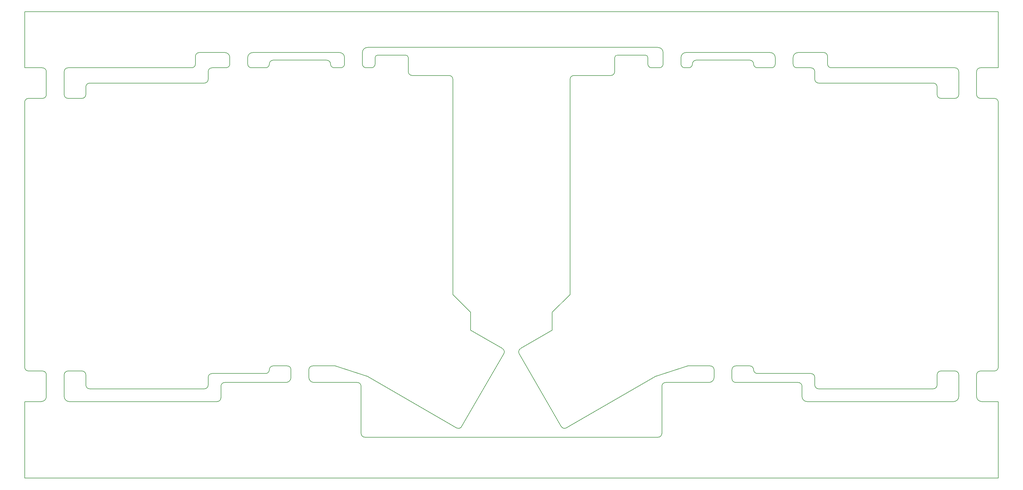
<source format=gm1>
G04 #@! TF.GenerationSoftware,KiCad,Pcbnew,(5.0.0)*
G04 #@! TF.CreationDate,2018-11-12T18:24:51-08:00*
G04 #@! TF.ProjectId,Orbit,4F726269742E6B696361645F70636200,rev?*
G04 #@! TF.SameCoordinates,Original*
G04 #@! TF.FileFunction,Profile,NP*
%FSLAX46Y46*%
G04 Gerber Fmt 4.6, Leading zero omitted, Abs format (unit mm)*
G04 Created by KiCad (PCBNEW (5.0.0)) date 11/12/18 18:24:51*
%MOMM*%
%LPD*%
G01*
G04 APERTURE LIST*
%ADD10C,0.150000*%
%ADD11C,0.200000*%
G04 APERTURE END LIST*
D10*
X197258723Y-142695823D02*
G75*
G03X198793100Y-143167100I1026377J608223D01*
G01*
X184633049Y-118402928D02*
G75*
G03X184188100Y-120091200I571051J-1053272D01*
G01*
X166278777Y-142695823D02*
G75*
G02X164744400Y-143167100I-1026377J608223D01*
G01*
X178904451Y-118402928D02*
G75*
G02X179349400Y-120091200I-571051J-1053272D01*
G01*
X194468750Y-112712500D02*
X194468750Y-107156250D01*
X194468750Y-112712500D02*
X184619900Y-118414800D01*
X200025000Y-101600000D02*
X194468750Y-107156250D01*
X169068750Y-112712500D02*
X169068750Y-107156250D01*
X200025000Y-34528125D02*
X200025000Y-75406250D01*
X200025000Y-101600000D02*
X200025000Y-75406250D01*
X184188100Y-120091200D02*
X197256400Y-142684500D01*
X198793100Y-143167100D02*
X226631500Y-127127000D01*
X243681250Y-123825000D02*
X238125000Y-123825000D01*
X238125000Y-123825000D02*
X236791500Y-123825000D01*
X236791500Y-123825000D02*
X226631500Y-127127000D01*
X126746000Y-123825000D02*
X136906000Y-127127000D01*
X125412500Y-123825000D02*
X126746000Y-123825000D01*
X184943750Y-24606250D02*
X136921875Y-24606250D01*
X251618750Y-128984375D02*
G75*
G02X250428125Y-127793750I0J1190625D01*
G01*
X271065625Y-128984375D02*
X251618750Y-128984375D01*
X272256250Y-133350000D02*
X272256250Y-130175000D01*
X271065625Y-128984375D02*
G75*
G02X272256250Y-130175000I0J-1190625D01*
G01*
X134937500Y-130175000D02*
X134937500Y-144859375D01*
X120253125Y-128984375D02*
X133746875Y-128984375D01*
X136128125Y-146050000D02*
G75*
G02X134937500Y-144859375I0J1190625D01*
G01*
X133746875Y-128984375D02*
G75*
G02X134937500Y-130175000I0J-1190625D01*
G01*
X92471875Y-128984375D02*
X111521875Y-128984375D01*
X91281250Y-133746875D02*
G75*
G02X90090625Y-134937500I-1190625J0D01*
G01*
X91281250Y-130175000D02*
X91281250Y-133746875D01*
X91281250Y-130175000D02*
G75*
G02X92471875Y-128984375I1190625J0D01*
G01*
X228600000Y-130175000D02*
G75*
G02X229790625Y-128984375I1190625J0D01*
G01*
X228600000Y-144859375D02*
G75*
G02X227409375Y-146050000I-1190625J0D01*
G01*
X228600000Y-130175000D02*
X228600000Y-144859375D01*
X243284375Y-128984375D02*
X229790625Y-128984375D01*
X83343750Y-29765625D02*
G75*
G02X82153125Y-30956250I-1190625J0D01*
G01*
X42465625Y-32146875D02*
G75*
G02X43656250Y-30956250I1190625J0D01*
G01*
X82153125Y-30956250D02*
X43656250Y-30956250D01*
X83343750Y-27384375D02*
X83343750Y-29765625D01*
X281384375Y-30956250D02*
G75*
G02X280193750Y-29765625I0J1190625D01*
G01*
X280193750Y-29765625D02*
X280193750Y-27384375D01*
X319881250Y-30956250D02*
X281384375Y-30956250D01*
X279003125Y-26193750D02*
G75*
G02X280193750Y-27384375I0J-1190625D01*
G01*
X139303125Y-27781250D02*
X139303125Y-29765625D01*
X327818750Y-40481250D02*
G75*
G02X326628125Y-39290625I0J1190625D01*
G01*
X321071875Y-39290625D02*
G75*
G02X319881250Y-40481250I-1190625J0D01*
G01*
X319881250Y-30956250D02*
G75*
G02X321071875Y-32146875I0J-1190625D01*
G01*
X326628125Y-32146875D02*
G75*
G02X327818750Y-30956250I1190625J0D01*
G01*
X333375000Y-30956250D02*
X327818750Y-30956250D01*
X332184375Y-40481250D02*
X327818750Y-40481250D01*
X326628125Y-39290625D02*
X326628125Y-32146875D01*
X321071875Y-32146875D02*
X321071875Y-39290625D01*
X83343750Y-27384375D02*
G75*
G02X84534375Y-26193750I1190625J0D01*
G01*
X35718750Y-30956250D02*
G75*
G02X36909375Y-32146875I0J-1190625D01*
G01*
X43656250Y-40481250D02*
G75*
G02X42465625Y-39290625I0J1190625D01*
G01*
X36909375Y-39290625D02*
G75*
G02X35718750Y-40481250I-1190625J0D01*
G01*
X35718750Y-40481250D02*
X31353125Y-40481250D01*
X30162500Y-30956250D02*
X35718750Y-30956250D01*
X36909375Y-39290625D02*
X36909375Y-32146875D01*
X42465625Y-32146875D02*
X42465625Y-39290625D01*
X35718750Y-125412500D02*
G75*
G02X36909375Y-126603125I0J-1190625D01*
G01*
X42465625Y-126603125D02*
G75*
G02X43656250Y-125412500I1190625J0D01*
G01*
X44053125Y-134937500D02*
G75*
G02X42465625Y-133350000I0J1587500D01*
G01*
X36909375Y-133350000D02*
G75*
G02X35321875Y-134937500I-1587500J0D01*
G01*
X120253125Y-128984375D02*
G75*
G02X118665625Y-127396875I0J1587500D01*
G01*
X113109375Y-127396875D02*
G75*
G02X111521875Y-128984375I-1587500J0D01*
G01*
X118665625Y-125015625D02*
G75*
G02X119856250Y-123825000I1190625J0D01*
G01*
X111918750Y-123825000D02*
G75*
G02X113109375Y-125015625I0J-1190625D01*
G01*
X273843750Y-134937500D02*
G75*
G02X272256250Y-133350000I0J1587500D01*
G01*
X244871875Y-127396875D02*
G75*
G02X243284375Y-128984375I-1587500J0D01*
G01*
X243681250Y-123825000D02*
G75*
G02X244871875Y-125015625I0J-1190625D01*
G01*
X250428125Y-125015625D02*
G75*
G02X251618750Y-123825000I1190625J0D01*
G01*
X328215625Y-134937500D02*
G75*
G02X326628125Y-133350000I0J1587500D01*
G01*
X321071875Y-133350000D02*
G75*
G02X319484375Y-134937500I-1587500J0D01*
G01*
X326628125Y-126603125D02*
G75*
G02X327818750Y-125412500I1190625J0D01*
G01*
X319881250Y-125412500D02*
G75*
G02X321071875Y-126603125I0J-1190625D01*
G01*
X269478125Y-27781250D02*
G75*
G02X271065625Y-26193750I1587500J0D01*
G01*
X270668750Y-30956250D02*
G75*
G02X269478125Y-29765625I0J1190625D01*
G01*
X263921875Y-29765625D02*
G75*
G02X262731250Y-30956250I-1190625J0D01*
G01*
X262334375Y-26193750D02*
G75*
G02X263921875Y-27781250I0J-1587500D01*
G01*
X235743750Y-30956250D02*
G75*
G02X234553125Y-29765625I0J1190625D01*
G01*
X234553125Y-27781250D02*
G75*
G02X236140625Y-26193750I1587500J0D01*
G01*
X227409375Y-24606250D02*
G75*
G02X228996875Y-26193750I0J-1587500D01*
G01*
X228996875Y-29765625D02*
G75*
G02X227806250Y-30956250I-1190625J0D01*
G01*
X99615625Y-27781250D02*
G75*
G02X101203125Y-26193750I1587500J0D01*
G01*
X100806250Y-30956250D02*
G75*
G02X99615625Y-29765625I0J1190625D01*
G01*
X94059375Y-29765625D02*
G75*
G02X92868750Y-30956250I-1190625J0D01*
G01*
X92471875Y-26193750D02*
G75*
G02X94059375Y-27781250I0J-1587500D01*
G01*
X136525000Y-30956250D02*
G75*
G02X135334375Y-29765625I0J1190625D01*
G01*
X135334375Y-26193750D02*
G75*
G02X136921875Y-24606250I1587500J0D01*
G01*
X128190625Y-26193750D02*
G75*
G02X129778125Y-27781250I0J-1587500D01*
G01*
X129778125Y-29765625D02*
G75*
G02X128587500Y-30956250I-1190625J0D01*
G01*
X273843750Y-134937500D02*
X319484375Y-134937500D01*
X251618750Y-123825000D02*
X255984375Y-123825000D01*
X244871875Y-127396875D02*
X244871875Y-125015625D01*
X250428125Y-125015625D02*
X250428125Y-127793750D01*
X328215625Y-134937500D02*
X333375000Y-134937500D01*
X319881250Y-125412500D02*
X315515625Y-125412500D01*
X321071875Y-126603125D02*
X321071875Y-133350000D01*
X326628125Y-126603125D02*
X326628125Y-133350000D01*
X111918750Y-123825000D02*
X107553125Y-123825000D01*
X48021875Y-125412500D02*
X43656250Y-125412500D01*
X35321875Y-134937500D02*
X30162500Y-134937500D01*
X36909375Y-126603125D02*
X36909375Y-133350000D01*
X42465625Y-133350000D02*
X42465625Y-126603125D01*
X90090625Y-134937500D02*
X44053125Y-134937500D01*
X113109375Y-125015625D02*
X113109375Y-127396875D01*
X118665625Y-125015625D02*
X118665625Y-127396875D01*
X270668750Y-30956250D02*
X275034375Y-30956250D01*
X262334375Y-26193750D02*
X236140625Y-26193750D01*
X263921875Y-27781250D02*
X263921875Y-29765625D01*
X269478125Y-29765625D02*
X269478125Y-27781250D01*
X100806250Y-30956250D02*
X105171875Y-30956250D01*
X101203125Y-26193750D02*
X128190625Y-26193750D01*
X94059375Y-29765625D02*
X94059375Y-27781250D01*
X99615625Y-27781250D02*
X99615625Y-29765625D01*
X136525000Y-30956250D02*
X138112500Y-30956250D01*
X235743750Y-30956250D02*
X236934375Y-30956250D01*
X234553125Y-27781250D02*
X234553125Y-29765625D01*
X227409375Y-24606250D02*
X184943750Y-24606250D01*
X228996875Y-29765625D02*
X228996875Y-26193750D01*
X255984375Y-28575000D02*
X251618750Y-28575000D01*
X92471875Y-26193750D02*
X84534375Y-26193750D01*
X129778125Y-29765625D02*
X129778125Y-27781250D01*
X107553125Y-28575000D02*
X112712500Y-28575000D01*
X135334375Y-29765625D02*
X135334375Y-26193750D01*
D11*
X333375000Y-158750000D02*
X333375000Y-134937500D01*
X30162500Y-158750000D02*
X333375000Y-158750000D01*
X30162500Y-134937500D02*
X30162500Y-158750000D01*
D10*
X227409375Y-146050000D02*
X136128125Y-146050000D01*
X30162500Y-30956250D02*
X30162500Y-13493750D01*
X333375000Y-13493750D02*
X30162500Y-13493750D01*
X333375000Y-30956250D02*
X333375000Y-13493750D01*
X279003125Y-26193750D02*
X271065625Y-26193750D01*
X140096875Y-26987500D02*
X148828125Y-26987500D01*
X139303125Y-27781250D02*
G75*
G02X140096875Y-26987500I793750J0D01*
G01*
X139303125Y-29765625D02*
G75*
G02X138112500Y-30956250I-1190625J0D01*
G01*
X224234375Y-27781250D02*
X224234375Y-29765625D01*
X223440625Y-26987500D02*
X214709375Y-26987500D01*
X223440625Y-26987500D02*
G75*
G02X224234375Y-27781250I0J-793750D01*
G01*
X225425000Y-30956250D02*
G75*
G02X224234375Y-29765625I0J1190625D01*
G01*
X163512500Y-101600000D02*
X163512500Y-77787500D01*
X163512500Y-57943750D02*
X163512500Y-77787500D01*
X163512500Y-57943750D02*
X163512500Y-46037500D01*
X163512500Y-46037500D02*
X163512500Y-34528125D01*
X30162500Y-41671875D02*
G75*
G02X31353125Y-40481250I1190625J0D01*
G01*
X332184375Y-40481250D02*
G75*
G02X333375000Y-41671875I0J-1190625D01*
G01*
X276225000Y-32146875D02*
X276225000Y-34528125D01*
X213915625Y-32146875D02*
X213915625Y-27781250D01*
X276225000Y-129778125D02*
G75*
G03X277415625Y-130968750I1190625J0D01*
G01*
X276225000Y-127396875D02*
G75*
G03X275034375Y-126206250I-1190625J0D01*
G01*
X257175000Y-125015625D02*
G75*
G03X258365625Y-126206250I1190625J0D01*
G01*
X257175000Y-125015625D02*
G75*
G03X255984375Y-123825000I-1190625J0D01*
G01*
X212725000Y-33337500D02*
X201215625Y-33337500D01*
X314325000Y-36909375D02*
X314325000Y-39290625D01*
X225425000Y-30956250D02*
X227806250Y-30956250D01*
X257175000Y-29765625D02*
G75*
G03X255984375Y-28575000I-1190625J0D01*
G01*
X276225000Y-34528125D02*
G75*
G03X277415625Y-35718750I1190625J0D01*
G01*
X257175000Y-29765625D02*
G75*
G03X258365625Y-30956250I1190625J0D01*
G01*
X276225000Y-32146875D02*
G75*
G03X275034375Y-30956250I-1190625J0D01*
G01*
X212725000Y-33337500D02*
G75*
G03X213915625Y-32146875I0J1190625D01*
G01*
X332184375Y-125412500D02*
X327818750Y-125412500D01*
X258365625Y-126206250D02*
X275034375Y-126206250D01*
X333375000Y-41671875D02*
X333375000Y-124221875D01*
X313134375Y-130968750D02*
X277415625Y-130968750D01*
X276225000Y-129778125D02*
X276225000Y-127396875D01*
X314325000Y-126603125D02*
X314325000Y-129778125D01*
X262731250Y-30956250D02*
X258365625Y-30956250D01*
X251618750Y-28575000D02*
X239315625Y-28575000D01*
X201215625Y-33337500D02*
G75*
G03X200025000Y-34528125I0J-1190625D01*
G01*
X332184375Y-125412500D02*
G75*
G03X333375000Y-124221875I0J1190625D01*
G01*
X319881250Y-40481250D02*
X315515625Y-40481250D01*
X313134375Y-35718750D02*
X277415625Y-35718750D01*
X236934375Y-30956250D02*
G75*
G03X238125000Y-29765625I0J1190625D01*
G01*
X214709375Y-26987500D02*
G75*
G03X213915625Y-27781250I0J-793750D01*
G01*
X239315625Y-28575000D02*
G75*
G03X238125000Y-29765625I0J-1190625D01*
G01*
X313134375Y-130968750D02*
G75*
G03X314325000Y-129778125I0J1190625D01*
G01*
X315515625Y-125412500D02*
G75*
G03X314325000Y-126603125I0J-1190625D01*
G01*
X314325000Y-39290625D02*
G75*
G03X315515625Y-40481250I1190625J0D01*
G01*
X314325000Y-36909375D02*
G75*
G03X313134375Y-35718750I-1190625J0D01*
G01*
X162321875Y-33337500D02*
G75*
G02X163512500Y-34528125I0J-1190625D01*
G01*
X149621875Y-32146875D02*
X149621875Y-27781250D01*
X106362500Y-125015625D02*
G75*
G02X105171875Y-126206250I-1190625J0D01*
G01*
X106362500Y-125015625D02*
G75*
G02X107553125Y-123825000I1190625J0D01*
G01*
X87312500Y-127396875D02*
G75*
G02X88503125Y-126206250I1190625J0D01*
G01*
X87312500Y-129778125D02*
G75*
G02X86121875Y-130968750I-1190625J0D01*
G01*
X50403125Y-130968750D02*
G75*
G02X49212500Y-129778125I0J1190625D01*
G01*
X48021875Y-125412500D02*
G75*
G02X49212500Y-126603125I0J-1190625D01*
G01*
X31353125Y-125412500D02*
G75*
G02X30162500Y-124221875I0J1190625D01*
G01*
X49212500Y-39290625D02*
G75*
G02X48021875Y-40481250I-1190625J0D01*
G01*
X49212500Y-36909375D02*
G75*
G02X50403125Y-35718750I1190625J0D01*
G01*
X87312500Y-34528125D02*
G75*
G02X86121875Y-35718750I-1190625J0D01*
G01*
X87312500Y-32146875D02*
G75*
G02X88503125Y-30956250I1190625J0D01*
G01*
X106362500Y-29765625D02*
G75*
G02X105171875Y-30956250I-1190625J0D01*
G01*
X106362500Y-29765625D02*
G75*
G02X107553125Y-28575000I1190625J0D01*
G01*
X124221875Y-28575000D02*
G75*
G02X125412500Y-29765625I0J-1190625D01*
G01*
X126603125Y-30956250D02*
G75*
G02X125412500Y-29765625I0J1190625D01*
G01*
X148828125Y-26987500D02*
G75*
G02X149621875Y-27781250I0J-793750D01*
G01*
X150812500Y-33337500D02*
G75*
G02X149621875Y-32146875I0J1190625D01*
G01*
X163512500Y-101600000D02*
X169068750Y-107156250D01*
X31353125Y-125412500D02*
X35718750Y-125412500D01*
X105171875Y-126206250D02*
X88503125Y-126206250D01*
X87312500Y-32146875D02*
X87312500Y-34528125D01*
X49212500Y-36909375D02*
X49212500Y-39290625D01*
X128587500Y-30956250D02*
X126603125Y-30956250D01*
X150812500Y-33337500D02*
X162321875Y-33337500D01*
X164744400Y-143167100D02*
X136906000Y-127127000D01*
X119856250Y-123825000D02*
X125412500Y-123825000D01*
X87312500Y-129778125D02*
X87312500Y-127396875D01*
X50403125Y-130968750D02*
X86121875Y-130968750D01*
X49212500Y-126603125D02*
X49212500Y-129778125D01*
X30162500Y-41671875D02*
X30162500Y-124221875D01*
X179349400Y-120091200D02*
X166281100Y-142684500D01*
X169068750Y-112712500D02*
X178917600Y-118414800D01*
X112712500Y-28575000D02*
X124221875Y-28575000D01*
X88503125Y-30956250D02*
X92868750Y-30956250D01*
X50403125Y-35718750D02*
X86121875Y-35718750D01*
X43656250Y-40481250D02*
X48021875Y-40481250D01*
M02*

</source>
